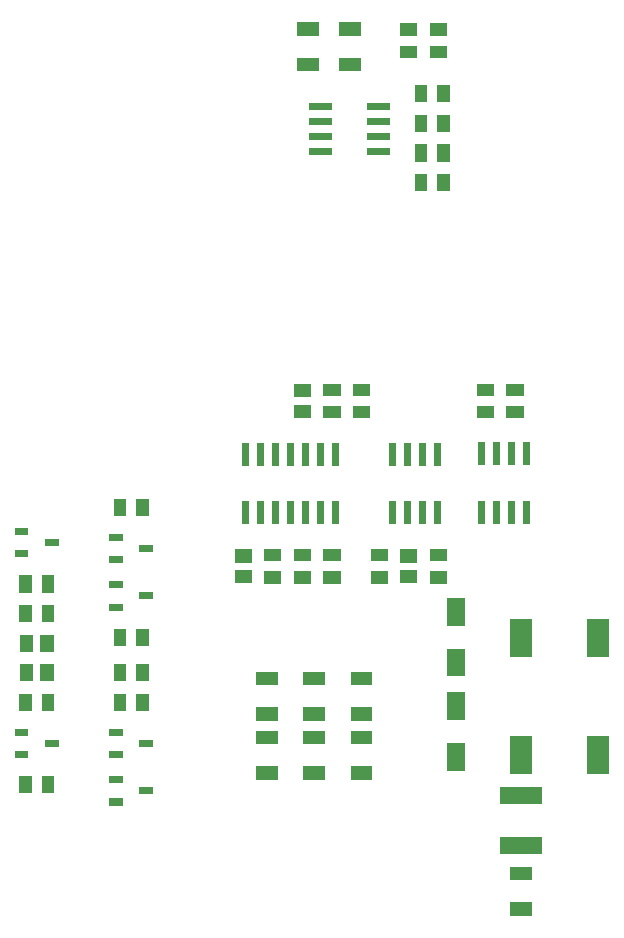
<source format=gbr>
G04 start of page 11 for group -4015 idx -4015 *
G04 Title: EW10A - linear power supply, toppaste *
G04 Creator: pcb 1.99z *
G04 CreationDate: Mon 08 Sep 2014 07:20:40 PM GMT UTC *
G04 For: eelco *
G04 Format: Gerber/RS-274X *
G04 PCB-Dimensions (mil): 5511.81 5511.81 *
G04 PCB-Coordinate-Origin: lower left *
%MOIN*%
%FSLAX25Y25*%
%LNTOPPASTE*%
%ADD135R,0.0413X0.0413*%
%ADD134R,0.0236X0.0236*%
%ADD133R,0.0748X0.0748*%
%ADD132R,0.0610X0.0610*%
%ADD131R,0.0453X0.0453*%
%ADD130R,0.0571X0.0571*%
G54D130*X407382Y167815D02*X415453D01*
X407382Y151083D02*X415453D01*
G54D131*X410039Y141732D02*X412795D01*
X410039Y129921D02*X412795D01*
G54D132*X389764Y199016D02*Y195866D01*
Y182087D02*Y178937D01*
G54D133*X437008Y222835D02*Y217717D01*
Y183858D02*Y178740D01*
X411417Y222835D02*Y217717D01*
Y183858D02*Y178740D01*
G54D132*X389764Y213583D02*Y210433D01*
Y230512D02*Y227362D01*
G54D134*X413169Y284213D02*Y278898D01*
X408169Y284213D02*Y278898D01*
X403169Y284213D02*Y278898D01*
X398169Y284213D02*Y278898D01*
Y264724D02*Y259409D01*
X403169Y264724D02*Y259409D01*
X408169Y264724D02*Y259409D01*
X413169Y264724D02*Y259409D01*
G54D131*X356890Y206693D02*X359646D01*
X356890Y194882D02*X359646D01*
X356890Y187008D02*X359646D01*
X356890Y175197D02*X359646D01*
X318307Y247539D02*X319488D01*
X318307Y240650D02*X319488D01*
G54D135*X327953Y247835D02*X329528D01*
X327953Y240354D02*X329528D01*
X347638Y247835D02*X349213D01*
X347638Y240354D02*X349213D01*
X337795Y247835D02*X339370D01*
X337795Y240354D02*X339370D01*
G54D134*X319646Y264567D02*Y259252D01*
X324646Y264567D02*Y259252D01*
X329646Y264567D02*Y259252D01*
X334646Y264567D02*Y259252D01*
X339646Y264567D02*Y259252D01*
X344646Y264567D02*Y259252D01*
X349646Y264567D02*Y259252D01*
Y284055D02*Y278740D01*
X344646Y284055D02*Y278740D01*
X339646Y284055D02*Y278740D01*
X334646Y284055D02*Y278740D01*
X329646Y284055D02*Y278740D01*
X324646Y284055D02*Y278740D01*
X319646Y284055D02*Y278740D01*
X368484Y264567D02*Y259252D01*
X373484Y264567D02*Y259252D01*
X378484Y264567D02*Y259252D01*
X383484Y264567D02*Y259252D01*
Y284055D02*Y278740D01*
X378484Y284055D02*Y278740D01*
X373484Y284055D02*Y278740D01*
X368484Y284055D02*Y278740D01*
G54D135*X408661Y295472D02*X410236D01*
X408661Y302953D02*X410236D01*
X357480D02*X359055D01*
X357480Y295472D02*X359055D01*
X347638Y302953D02*X349213D01*
X347638Y295472D02*X349213D01*
G54D131*X337992Y295768D02*X339173D01*
X337992Y302657D02*X339173D01*
G54D135*X398819Y302953D02*X400394D01*
X398819Y295472D02*X400394D01*
X373228Y423031D02*X374803D01*
X373228Y415551D02*X374803D01*
X383071Y423031D02*X384646D01*
X383071Y415551D02*X384646D01*
G54D131*X352953Y411417D02*X355709D01*
X352953Y423228D02*X355709D01*
X339173Y411417D02*X341929D01*
X339173Y423228D02*X341929D01*
G54D135*X385630Y402362D02*Y400787D01*
X378150Y402362D02*Y400787D01*
G54D134*X341929Y397264D02*X347244D01*
X341929Y392264D02*X347244D01*
X341929Y387264D02*X347244D01*
X341929Y382264D02*X347244D01*
X361417D02*X366732D01*
X361417Y387264D02*X366732D01*
X361417Y392264D02*X366732D01*
X361417Y397264D02*X366732D01*
G54D135*X378150Y392520D02*Y390945D01*
X385630Y392520D02*Y390945D01*
X378150Y382677D02*Y381102D01*
X385630Y382677D02*Y381102D01*
Y372835D02*Y371260D01*
X378150Y372835D02*Y371260D01*
X285236Y209449D02*Y207874D01*
X277756Y209449D02*Y207874D01*
X285236Y221260D02*Y219685D01*
X277756Y221260D02*Y219685D01*
Y264567D02*Y262992D01*
X285236Y264567D02*Y262992D01*
G54D134*X275394Y237992D02*X277559D01*
X275394Y230512D02*X277559D01*
X285433Y234252D02*X287598D01*
X275394Y253740D02*X277559D01*
X275394Y246260D02*X277559D01*
X285433Y250000D02*X287598D01*
G54D135*X277756Y199606D02*Y198031D01*
X285236Y199606D02*Y198031D01*
G54D134*X275394Y188780D02*X277559D01*
X275394Y181299D02*X277559D01*
X285433Y185039D02*X287598D01*
X275394Y173031D02*X277559D01*
X275394Y165551D02*X277559D01*
X285433Y169291D02*X287598D01*
G54D135*X246260Y238976D02*Y237402D01*
X253740Y238976D02*Y237402D01*
G54D134*X243898Y255709D02*X246063D01*
X243898Y248228D02*X246063D01*
X253937Y251969D02*X256102D01*
G54D135*X246260Y172047D02*Y170472D01*
X253740Y172047D02*Y170472D01*
G54D131*X246555Y209252D02*Y208071D01*
X253445Y209252D02*Y208071D01*
G54D135*X246260Y199606D02*Y198031D01*
X253740Y199606D02*Y198031D01*
G54D134*X243898Y188780D02*X246063D01*
X243898Y181299D02*X246063D01*
X253937Y185039D02*X256102D01*
G54D131*X246555Y219094D02*Y217913D01*
X253445Y219094D02*Y217913D01*
G54D135*X246260Y229134D02*Y227559D01*
X253740Y229134D02*Y227559D01*
G54D131*X341142Y206693D02*X343898D01*
X341142Y194882D02*X343898D01*
X341142Y187008D02*X343898D01*
X341142Y175197D02*X343898D01*
X325394Y206693D02*X328150D01*
X325394Y194882D02*X328150D01*
X325394Y187008D02*X328150D01*
X325394Y175197D02*X328150D01*
G54D135*X383071Y247835D02*X384646D01*
X383071Y240354D02*X384646D01*
G54D131*X373425Y240650D02*X374606D01*
X373425Y247539D02*X374606D01*
G54D135*X363386Y247835D02*X364961D01*
X363386Y240354D02*X364961D01*
M02*

</source>
